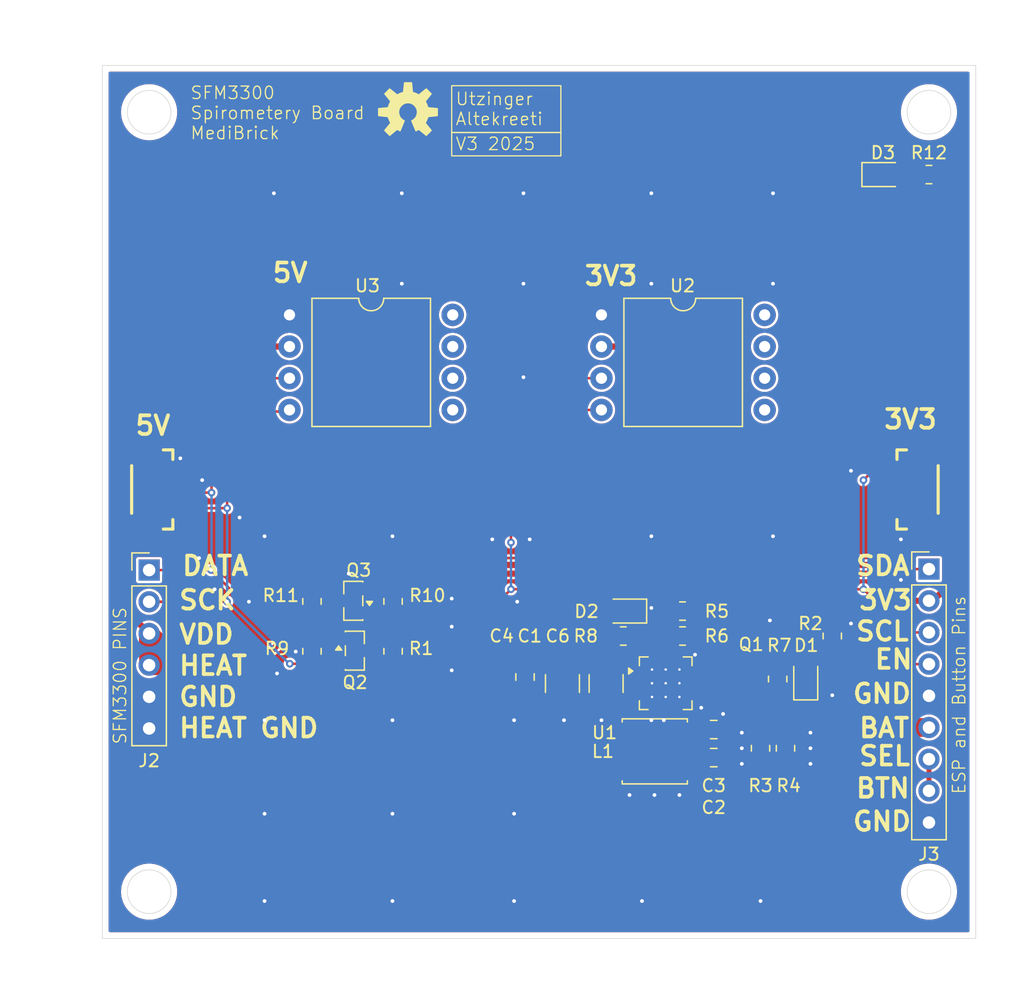
<source format=kicad_pcb>
(kicad_pcb (version 20241229) (generator "pcbnew") (generator_version "9.0")
  (title_block (title "Spiro Brick") (date "2025-12-31") (rev "1.3.0") (comment 1 "Urs Utzinger") (comment 2 "Mohammed T Altekreeti"))
  (layers (0 "F.Cu" signal) (2 "B.Cu" signal) (13 "F.Paste" user) (15 "B.Paste" user) (5 "F.SilkS" user "F.Silkscreen") (7 "B.SilkS" user "B.Silkscreen") (1 "F.Mask" user) (3 "B.Mask" user) (25 "Edge.Cuts" user))
  (net 0 "")
  (net 1 "GND")
  (net 2 "+5V")
  (net 3 "VBAT")
  (net 4 "Net-(D1-A)")
  (net 5 "Net-(D2-A)")
  (net 6 "/SW")
  (net 7 "Net-(Q1-B)")
  (net 8 "Net-(Q1-C)")
  (net 9 "+3V3")
  (net 10 "Net-(U1-LBI)")
  (net 11 "Net-(U1-FB)")
  (net 13 "Net-(D3-A)")
  (net 14 "/SDA_5V")
  (net 15 "/SCL_5V")
  (net 16 "/SCL_3V3")
  (net 17 "/ENABLE")
  (net 18 "Net-(J3-Pin_7)")
  (net 19 "/SDA_3V3")
  (footprint "Package_TO_SOT_SMD:SOT-23" (layer "F.Cu") (at 40.2375 76.925)
    (property "Reference" "Q2" (at 0.0125 2.55 0) (layer "F.SilkS"))
    (property "Value" "BSS138")
    (pad "1" smd roundrect (at -0.9375 -0.95) (size 1.475 0.6) (layers "F.Cu" "F.Mask" "F.Paste") (net 9 "+3V3"))
    (pad "2" smd roundrect (at -0.9375 0.95) (size 1.475 0.6) (layers "F.Cu" "F.Mask" "F.Paste") (net 16 "/SCL_3V3"))
    (pad "3" smd roundrect (at 0.9375 0) (size 1.475 0.6) (layers "F.Cu" "F.Mask" "F.Paste") (net 15 "/SCL_5V"))
  )
  (footprint "Capacitor_SMD:C_1210_3225Metric_Pad1.33x2.70mm_HandSolder" (layer "F.Cu") (at 56.875 79.5625 -90)
    (property "Reference" "C1" (at -3.8125 2.625 180) (layer "F.SilkS"))
    (property "Value" "100uF")
    (pad "1" smd roundrect (at -1.5625 0 270) (size 1.325 2.7) (layers "F.Cu" "F.Mask" "F.Paste") (roundrect_rratio 0.188679) (net 2 "+5V"))
    (pad "2" smd roundrect (at 1.5625 0 270) (size 1.325 2.7) (layers "F.Cu" "F.Mask" "F.Paste") (roundrect_rratio 0.188679) (net 1 "GND"))
  )
  (footprint "Resistor_SMD:R_0805_2012Metric_Pad1.20x1.40mm_HandSolder" (layer "F.Cu") (at 74.125 79.2 90)
    (property "Reference" "R7" (at 2.7 0.125 180) (layer "F.SilkS"))
    (property "Value" "1K")
    (pad "1" smd roundrect (at -1 0 90) (size 1.2 1.4) (layers "F.Cu" "F.Mask" "F.Paste") (roundrect_rratio 0.208333) (net 8 "Net-(Q1-C)"))
    (pad "2" smd roundrect (at 1 0 90) (size 1.2 1.4) (layers "F.Cu" "F.Mask" "F.Paste") (roundrect_rratio 0.208333) (net 4 "Net-(D1-A)"))
  )
  (footprint "Spiro_Brick:Amphenol_DIP-8_W13.08mm" (layer "F.Cu") (at 35 50)
    (property "Reference" "U3" (at 6.25 -2.33 0) (layer "F.SilkS"))
    (property "Value" "Amphenol_8DIP_Code_1")
    (pad "1" thru_hole roundrect (at 0 0) (size 1.8 1.8) (drill 0.9) (layers "*.Cu" "*.Mask") (roundrect_rratio 0.15625) (net 1 "GND"))
    (pad "2" thru_hole circle (at 0 2.54) (size 1.8 1.8) (drill 0.9) (layers "*.Cu" "*.Mask") (net 2 "+5V"))
    (pad "3" thru_hole circle (at 0 5.08) (size 1.8 1.8) (drill 0.9) (layers "*.Cu" "*.Mask") (net 14 "/SDA_5V"))
    (pad "4" thru_hole circle (at 0 7.62) (size 1.8 1.8) (drill 0.9) (layers "*.Cu" "*.Mask") (net 15 "/SCL_5V"))
    (pad "5" thru_hole circle (at 13.08 7.62) (size 1.8 1.8) (drill 0.9) (layers "*.Cu" "*.Mask"))
    (pad "6" thru_hole circle (at 13.08 5.08) (size 1.8 1.8) (drill 0.9) (layers "*.Cu" "*.Mask"))
    (pad "7" thru_hole circle (at 13.08 2.54) (size 1.8 1.8) (drill 0.9) (layers "*.Cu" "*.Mask"))
    (pad "8" thru_hole circle (at 13.08 0) (size 1.8 1.8) (drill 0.9) (layers "*.Cu" "*.Mask"))
  )
  (footprint "Inductor_SMD:L_Changjiang_FNR5045S" (layer "F.Cu") (at 64.275 85 180)
    (property "Reference" "L1" (at 4.15 0 0) (layer "F.SilkS"))
    (property "Value" "6.8uH")
    (pad "1" smd roundrect (at -1.85 0 180) (size 1.4 4.2) (layers "F.Cu" "F.Mask" "F.Paste") (roundrect_rratio 0.178571) (net 3 "VBAT"))
    (pad "2" smd roundrect (at 1.85 0 180) (size 1.4 4.2) (layers "F.Cu" "F.Mask" "F.Paste") (roundrect_rratio 0.178571) (net 6 "/SW"))
  )
  (footprint "Capacitor_SMD:C_0805_2012Metric_Pad1.18x1.45mm_HandSolder" (layer "F.Cu") (at 53.875 79.0375 -90)
    (property "Reference" "C4" (at -3.2875 1.875 180) (layer "F.SilkS"))
    (property "Value" "2.2uF")
    (pad "1" smd roundrect (at -1.0375 0 270) (size 1.175 1.45) (layers "F.Cu" "F.Mask" "F.Paste") (roundrect_rratio 0.212766) (net 2 "+5V"))
    (pad "2" smd roundrect (at 1.0375 0 270) (size 1.175 1.45) (layers "F.Cu" "F.Mask" "F.Paste") (roundrect_rratio 0.212766) (net 1 "GND"))
  )
  (footprint "Connector_PinHeader_2.54mm:PinHeader_1x06_P2.54mm_Vertical" (layer "F.Cu") (at 23.75 70.465)
    (property "Reference" "J2" (at 0 15.285 0) (layer "F.SilkS"))
    (property "Value" "~")
    (pad "1" thru_hole rect (at 0 0) (size 1.7 1.7) (drill 1) (layers "*.Cu" "*.Mask") (net 14 "/SDA_5V"))
    (pad "2" thru_hole circle (at 0 2.54) (size 1.7 1.7) (drill 1) (layers "*.Cu" "*.Mask") (net 15 "/SCL_5V"))
    (pad "3" thru_hole circle (at 0 5.08) (size 1.7 1.7) (drill 1) (layers "*.Cu" "*.Mask") (net 2 "+5V"))
    (pad "4" thru_hole circle (at 0 7.62) (size 1.7 1.7) (drill 1) (layers "*.Cu" "*.Mask") (net 2 "+5V"))
    (pad "5" thru_hole circle (at 0 10.16) (size 1.7 1.7) (drill 1) (layers "*.Cu" "*.Mask") (net 1 "GND"))
    (pad "6" thru_hole circle (at 0 12.7) (size 1.7 1.7) (drill 1) (layers "*.Cu" "*.Mask") (net 1 "GND"))
  )
  (footprint "LED_SMD:LED_0805_2012Metric" (layer "F.Cu") (at 61.9375 73.75 180)
    (property "Reference" "D2" (at 3.1325 -0.03 0) (layer "F.SilkS"))
    (property "Value" "GREEN LED")
    (pad "1" smd roundrect (at -0.9375 0 180) (size 0.975 1.4) (layers "F.Cu" "F.Mask" "F.Paste") (net 1 "GND"))
    (pad "2" smd roundrect (at 0.9375 0 180) (size 0.975 1.4) (layers "F.Cu" "F.Mask" "F.Paste") (net 5 "Net-(D2-A)"))
  )
  (footprint "Resistor_SMD:R_0805_2012Metric_Pad1.20x1.40mm_HandSolder" (layer "F.Cu") (at 74.75 84.75 90)
    (property "Reference" "R4" (at -3 0.25 180) (layer "F.SilkS"))
    (property "Value" "340K")
    (pad "1" smd roundrect (at -1 0 90) (size 1.2 1.4) (layers "F.Cu" "F.Mask" "F.Paste") (roundrect_rratio 0.208333) (net 1 "GND"))
    (pad "2" smd roundrect (at 1 0 90) (size 1.2 1.4) (layers "F.Cu" "F.Mask" "F.Paste") (roundrect_rratio 0.208333) (net 10 "Net-(U1-LBI)"))
  )
  (footprint "Resistor_SMD:R_0805_2012Metric_Pad1.20x1.40mm_HandSolder" (layer "F.Cu") (at 78.5 75.75 90)
    (property "Reference" "R2" (at 1 -1.75 0) (layer "F.SilkS"))
    (property "Value" "340k")
    (pad "1" smd roundrect (at -1 0 90) (size 1.2 1.4) (layers "F.Cu" "F.Mask" "F.Paste") (roundrect_rratio 0.208333) (net 17 "/ENABLE"))
    (pad "2" smd roundrect (at 1 0 90) (size 1.2 1.4) (layers "F.Cu" "F.Mask" "F.Paste") (roundrect_rratio 0.208333) (net 1 "GND"))
  )
  (footprint "Capacitor_SMD:C_0805_2012Metric_Pad1.18x1.45mm_HandSolder" (layer "F.Cu") (at 69 83.25)
    (property "Reference" "C3" (at 0 4.5 0) (layer "F.SilkS"))
    (property "Value" "10uF")
    (pad "1" smd roundrect (at -1.0375 0) (size 1.175 1.45) (layers "F.Cu" "F.Mask" "F.Paste") (roundrect_rratio 0.212766) (net 3 "VBAT"))
    (pad "2" smd roundrect (at 1.0375 0) (size 1.175 1.45) (layers "F.Cu" "F.Mask" "F.Paste") (roundrect_rratio 0.212766) (net 1 "GND"))
  )
  (footprint "Resistor_SMD:R_0805_2012Metric_Pad1.20x1.40mm_HandSolder" (layer "F.Cu") (at 66.5 73.75)
    (property "Reference" "R5" (at 2.75 0.02 0) (layer "F.SilkS"))
    (property "Value" "1.85M")
    (pad "1" smd roundrect (at -1 0) (size 1.2 1.4) (layers "F.Cu" "F.Mask" "F.Paste") (roundrect_rratio 0.208333) (net 2 "+5V"))
    (pad "2" smd roundrect (at 1 0) (size 1.2 1.4) (layers "F.Cu" "F.Mask" "F.Paste") (roundrect_rratio 0.208333) (net 11 "Net-(U1-FB)"))
  )
  (footprint "MMUN2133LT1G:SOT95P240X111-3N" (layer "F.Cu") (at 70.525 79.3 -90)
    (property "Reference" "Q1" (at -2.875 -1.475 0) (layer "F.SilkS") (effects (font (size 1.001803 1.001803))))
    (property "Value" "MMUN2133LT1G")
    (pad "1" smd rect (at -0.95 1.1 270) (size 1 1.4) (layers "F.Cu" "F.Mask" "F.Paste") (net 7 "Net-(Q1-B)"))
    (pad "2" smd rect (at 0.95 1.1 270) (size 1 1.4) (layers "F.Cu" "F.Mask" "F.Paste") (net 3 "VBAT"))
    (pad "3" smd rect (at 0 -1.1 270) (size 1 1.4) (layers "F.Cu" "F.Mask" "F.Paste") (net 8 "Net-(Q1-C)"))
  )
  (footprint "Resistor_SMD:R_0805_2012Metric_Pad1.20x1.40mm_HandSolder" (layer "F.Cu") (at 36.8 72.975 90)
    (property "Reference" "R11" (at 0.475 -2.5 180) (layer "F.SilkS"))
    (property "Value" "10K")
    (pad "1" smd roundrect (at -1 0 90) (size 1.2 1.4) (layers "F.Cu" "F.Mask" "F.Paste") (roundrect_rratio 0.208333) (net 2 "+5V"))
    (pad "2" smd roundrect (at 1 0 90) (size 1.2 1.4) (layers "F.Cu" "F.Mask" "F.Paste") (roundrect_rratio 0.208333) (net 14 "/SDA_5V"))
  )
  (footprint "Resistor_SMD:R_0805_2012Metric_Pad1.20x1.40mm_HandSolder" (layer "F.Cu") (at 72.75 84.75 90)
    (property "Reference" "R3" (at -3 0 180) (layer "F.SilkS"))
    (property "Value" "1.87M")
    (pad "1" smd roundrect (at -1 0 90) (size 1.2 1.4) (layers "F.Cu" "F.Mask" "F.Paste") (roundrect_rratio 0.208333) (net 3 "VBAT"))
    (pad "2" smd roundrect (at 1 0 90) (size 1.2 1.4) (layers "F.Cu" "F.Mask" "F.Paste") (roundrect_rratio 0.208333) (net 10 "Net-(U1-LBI)"))
  )
  (footprint "Package_DFN_QFN:Texas_RSA_VQFN-16-1EP_4x4mm_P0.65mm_EP2.7x2.7mm_ThermalVias" (layer "F.Cu") (at 65.15 79.5375)
    (property "Reference" "U1" (at -4.9 3.9625 0) (layer "F.SilkS"))
    (property "Value" "TPS61090")
    (pad "1" smd roundrect (at -1.9625 -0.975) (size 0.825 0.35) (layers "F.Cu" "F.Mask" "F.Paste") (net 2 "+5V"))
    (pad "2" smd roundrect (at -1.9625 -0.325) (size 0.825 0.35) (layers "F.Cu" "F.Mask" "F.Paste"))
    (pad "3" smd roundrect (at -1.9625 0.325) (size 0.825 0.35) (layers "F.Cu" "F.Mask" "F.Paste") (net 6 "/SW"))
    (pad "4" smd roundrect (at -1.9625 0.975) (size 0.825 0.35) (layers "F.Cu" "F.Mask" "F.Paste") (net 6 "/SW"))
    (pad "5" smd roundrect (at -0.975 1.9625) (size 0.35 0.825) (layers "F.Cu" "F.Mask" "F.Paste") (net 1 "GND"))
    (pad "6" smd roundrect (at -0.325 1.9625) (size 0.35 0.825) (layers "F.Cu" "F.Mask" "F.Paste") (net 1 "GND"))
    (pad "7" smd roundrect (at 0.325 1.9625) (size 0.35 0.825) (layers "F.Cu" "F.Mask" "F.Paste") (net 1 "GND"))
    (pad "8" smd roundrect (at 0.975 1.9625) (size 0.35 0.825) (layers "F.Cu" "F.Mask" "F.Paste") (net 3 "VBAT"))
    (pad "9" smd roundrect (at 1.9625 0.975) (size 0.825 0.35) (layers "F.Cu" "F.Mask" "F.Paste") (net 10 "Net-(U1-LBI)"))
    (pad "10" smd roundrect (at 1.9625 0.325) (size 0.825 0.35) (layers "F.Cu" "F.Mask" "F.Paste") (net 1 "GND"))
    (pad "11" smd roundrect (at 1.9625 -0.325) (size 0.825 0.35) (layers "F.Cu" "F.Mask" "F.Paste") (net 17 "/ENABLE"))
    (pad "12" smd roundrect (at 1.9625 -0.975) (size 0.825 0.35) (layers "F.Cu" "F.Mask" "F.Paste") (net 7 "Net-(Q1-B)"))
    (pad "13" smd roundrect (at 0.975 -1.9625) (size 0.35 0.825) (layers "F.Cu" "F.Mask" "F.Paste") (net 1 "GND"))
    (pad "14" smd roundrect (at 0.325 -1.9625) (size 0.35 0.825) (layers "F.Cu" "F.Mask" "F.Paste") (net 11 "Net-(U1-FB)"))
    (pad "15" smd roundrect (at -0.325 -1.9625) (size 0.35 0.825) (layers "F.Cu" "F.Mask" "F.Paste") (net 2 "+5V"))
    (pad "16" smd roundrect (at -0.975 -1.9625) (size 0.35 0.825) (layers "F.Cu" "F.Mask" "F.Paste") (net 2 "+5V"))
    (pad "17" thru_hole circle (at -1.1 -1.1) (size 0.5 0.5) (drill 0.2) (property pad_prop_heatsink) (layers "*.Cu") (net 1 "GND"))
    (pad "17" thru_hole circle (at -1.1 0) (size 0.5 0.5) (drill 0.2) (property pad_prop_heatsink) (layers "*.Cu") (net 1 "GND"))
    (pad "17" thru_hole circle (at -1.1 1.1) (size 0.5 0.5) (drill 0.2) (property pad_prop_heatsink) (layers "*.Cu") (net 1 "GND"))
    (pad "17" thru_hole circle (at 0 -1.1) (size 0.5 0.5) (drill 0.2) (property pad_prop_heatsink) (layers "*.Cu") (net 1 "GND"))
    (pad "17" thru_hole circle (at 0 0) (size 0.5 0.5) (drill 0.2) (property pad_prop_heatsink) (layers "*.Cu") (net 1 "GND"))
    (pad "17" smd rect (at 0 0) (size 2.7 2.7) (property pad_prop_heatsink) (layers "F.Cu" "F.Mask") (net 1 "GND"))
    (pad "17" smd rect (at 0 0) (size 2.7 2.7) (property pad_prop_heatsink) (layers "B.Cu") (net 1 "GND"))
    (pad "17" thru_hole circle (at 0 1.1) (size 0.5 0.5) (drill 0.2) (property pad_prop_heatsink) (layers "*.Cu") (net 1 "GND"))
    (pad "17" thru_hole circle (at 1.1 -1.1) (size 0.5 0.5) (drill 0.2) (property pad_prop_heatsink) (layers "*.Cu") (net 1 "GND"))
    (pad "17" thru_hole circle (at 1.1 0) (size 0.5 0.5) (drill 0.2) (property pad_prop_heatsink) (layers "*.Cu") (net 1 "GND"))
    (pad "17" thru_hole circle (at 1.1 1.1) (size 0.5 0.5) (drill 0.2) (property pad_prop_heatsink) (layers "*.Cu") (net 1 "GND"))
  )
  (footprint "Resistor_SMD:R_0805_2012Metric_Pad1.20x1.40mm_HandSolder" (layer "F.Cu") (at 36.8 76.975 -90)
    (property "Reference" "R9" (at -0.225 2.8 180) (layer "F.SilkS"))
    (property "Value" "10K")
    (pad "1" smd roundrect (at -1 0 270) (size 1.2 1.4) (layers "F.Cu" "F.Mask" "F.Paste") (roundrect_rratio 0.208333) (net 2 "+5V"))
    (pad "2" smd roundrect (at 1 0 270) (size 1.2 1.4) (layers "F.Cu" "F.Mask" "F.Paste") (roundrect_rratio 0.208333) (net 15 "/SCL_5V"))
  )
  (footprint "Resistor_SMD:R_0805_2012Metric_Pad1.20x1.40mm_HandSolder" (layer "F.Cu") (at 43.3 76.975 -90)
    (property "Reference" "R1" (at -0.225 -2.25 180) (layer "F.SilkS"))
    (property "Value" "10K")
    (pad "1" smd roundrect (at -1 0 270) (size 1.2 1.4) (layers "F.Cu" "F.Mask" "F.Paste") (roundrect_rratio 0.208333) (net 9 "+3V3"))
    (pad "2" smd roundrect (at 1 0 270) (size 1.2 1.4) (layers "F.Cu" "F.Mask" "F.Paste") (roundrect_rratio 0.208333) (net 16 "/SCL_3V3"))
  )
  (footprint "Capacitor_SMD:C_1210_3225Metric_Pad1.33x2.70mm_HandSolder" (layer "F.Cu") (at 60.375 79.5625 -90)
    (property "Reference" "C6" (at -3.8125 3.875 180) (layer "F.SilkS"))
    (property "Value" "100uF")
    (pad "1" smd roundrect (at -1.5625 0 270) (size 1.325 2.7) (layers "F.Cu" "F.Mask" "F.Paste") (roundrect_rratio 0.188679) (net 2 "+5V"))
    (pad "2" smd roundrect (at 1.5625 0 270) (size 1.325 2.7) (layers "F.Cu" "F.Mask" "F.Paste") (roundrect_rratio 0.188679) (net 1 "GND"))
  )
  (footprint "PCM_SparkFun-Connector:JST_1x04_P1.0mm_Vertical_SMD" (layer "F.Cu") (at 24 64 90)
    (property "Reference" "J1")
    (property "Value" "JST_SMD_1.0mm_Vertical")
    (pad "1" smd rect (at -1.5 1.511 90) (size 0.6 1.55) (layers "F.Cu" "F.Mask" "F.Paste") (net 15 "/SCL_5V"))
    (pad "2" smd rect (at -0.5 1.511 90) (size 0.6 1.55) (layers "F.Cu" "F.Mask" "F.Paste") (net 14 "/SDA_5V"))
    (pad "3" smd rect (at 0.5 1.511 90) (size 0.6 1.55) (layers "F.Cu" "F.Mask" "F.Paste") (net 2 "+5V"))
    (pad "4" smd rect (at 1.5 1.511 90) (size 0.6 1.55) (layers "F.Cu" "F.Mask" "F.Paste") (net 1 "GND"))
    (pad "NC1" smd rect (at -2.8 -0.914 90) (size 1.2 2) (layers "F.Cu" "F.Mask" "F.Paste"))
    (pad "NC2" smd rect (at 2.8 -0.914 90) (size 1.2 2) (layers "F.Cu" "F.Mask" "F.Paste"))
  )
  (footprint "Resistor_SMD:R_0805_2012Metric_Pad1.20x1.40mm_HandSolder" (layer "F.Cu") (at 43.3 72.975 90)
    (property "Reference" "R10" (at 0.475 2.75 180) (layer "F.SilkS"))
    (property "Value" "10K")
    (pad "1" smd roundrect (at -1 0 90) (size 1.2 1.4) (layers "F.Cu" "F.Mask" "F.Paste") (roundrect_rratio 0.208333) (net 9 "+3V3"))
    (pad "2" smd roundrect (at 1 0 90) (size 1.2 1.4) (layers "F.Cu" "F.Mask" "F.Paste") (roundrect_rratio 0.208333) (net 19 "/SDA_3V3"))
  )
  (footprint "LED_SMD:LED_0805_2012Metric" (layer "F.Cu") (at 76.375 79.1875 90)
    (property "Reference" "D1" (at 2.6875 0.04 180) (layer "F.SilkS"))
    (property "Value" "RED LED")
    (pad "1" smd roundrect (at -0.9375 0 90) (size 0.975 1.4) (layers "F.Cu" "F.Mask" "F.Paste") (net 1 "GND"))
    (pad "2" smd roundrect (at 0.9375 0 90) (size 0.975 1.4) (layers "F.Cu" "F.Mask" "F.Paste") (net 4 "Net-(D1-A)"))
  )
  (footprint "Resistor_SMD:R_0805_2012Metric_Pad1.20x1.40mm_HandSolder" (layer "F.Cu") (at 66.5 75.75)
    (property "Reference" "R6" (at 2.75 0 0) (layer "F.SilkS"))
    (property "Value" "200K")
    (pad "1" smd roundrect (at -1 0) (size 1.2 1.4) (layers "F.Cu" "F.Mask" "F.Paste") (roundrect_rratio 0.208333) (net 11 "Net-(U1-FB)"))
    (pad "2" smd roundrect (at 1 0) (size 1.2 1.4) (layers "F.Cu" "F.Mask" "F.Paste") (roundrect_rratio 0.208333) (net 1 "GND"))
  )
  (footprint "Package_TO_SOT_SMD:SOT-23" (layer "F.Cu") (at 40.1125 72.925 180)
    (property "Reference" "Q3" (at -0.4375 2.45 0) (layer "F.SilkS"))
    (property "Value" "BSS138")
    (pad "1" smd roundrect (at -0.9375 -0.95 180) (size 1.475 0.6) (layers "F.Cu" "F.Mask" "F.Paste") (net 9 "+3V3"))
    (pad "2" smd roundrect (at -0.9375 0.95 180) (size 1.475 0.6) (layers "F.Cu" "F.Mask" "F.Paste") (net 19 "/SDA_3V3"))
    (pad "3" smd roundrect (at 0.9375 0 180) (size 1.475 0.6) (layers "F.Cu" "F.Mask" "F.Paste") (net 14 "/SDA_5V"))
  )
  (footprint "LED_SMD:LED_0805_2012Metric" (layer "F.Cu") (at 82.5625 38.75)
    (property "Reference" "D3" (at 0 -1.75 0) (layer "F.SilkS"))
    (property "Value" "BLUE LED")
    (pad "1" smd roundrect (at -0.9375 0) (size 0.975 1.4) (layers "F.Cu" "F.Mask" "F.Paste") (net 1 "GND"))
    (pad "2" smd roundrect (at 0.9375 0) (size 0.975 1.4) (layers "F.Cu" "F.Mask" "F.Paste") (net 13 "Net-(D3-A)"))
  )
  (footprint "Connector_PinHeader_2.54mm:PinHeader_1x09_P2.54mm_Vertical" (layer "F.Cu") (at 86.25 70.385)
    (property "Reference" "J3" (at 0 22.865 0) (layer "F.SilkS"))
    (property "Value" "Conn_01x09_Pin")
    (pad "1" thru_hole rect (at 0 0) (size 1.7 1.7) (drill 1) (layers "*.Cu" "*.Mask") (net 19 "/SDA_3V3"))
    (pad "2" thru_hole circle (at 0 2.54) (size 1.7 1.7) (drill 1) (layers "*.Cu" "*.Mask") (net 9 "+3V3"))
    (pad "3" thru_hole circle (at 0 5.08) (size 1.7 1.7) (drill 1) (layers "*.Cu" "*.Mask") (net 16 "/SCL_3V3"))
    (pad "4" thru_hole circle (at 0 7.62) (size 1.7 1.7) (drill 1) (layers "*.Cu" "*.Mask") (net 17 "/ENABLE"))
    (pad "5" thru_hole circle (at 0 10.16) (size 1.7 1.7) (drill 1) (layers "*.Cu" "*.Mask") (net 1 "GND"))
    (pad "6" thru_hole circle (at 0 12.7) (size 1.7 1.7) (drill 1) (layers "*.Cu" "*.Mask") (net 3 "VBAT"))
    (pad "7" thru_hole circle (at 0 15.24) (size 1.7 1.7) (drill 1) (layers "*.Cu" "*.Mask") (net 18 "Net-(J3-Pin_7)"))
    (pad "8" thru_hole circle (at 0 17.78) (size 1.7 1.7) (drill 1) (layers "*.Cu" "*.Mask") (net 18 "Net-(J3-Pin_7)"))
    (pad "9" thru_hole circle (at 0 20.32) (size 1.7 1.7) (drill 1) (layers "*.Cu" "*.Mask") (net 1 "GND"))
  )
  (footprint "PCM_SparkFun-Connector:JST_1x04_P1.0mm_Vertical_SMD" (layer "F.Cu") (at 85.336 64 -90)
    (property "Reference" "J4")
    (property "Value" "JST_SMD_1.0mm_Vertical")
    (pad "1" smd rect (at -1.5 1.511 270) (size 0.6 1.55) (layers "F.Cu" "F.Mask" "F.Paste") (net 16 "/SCL_3V3"))
    (pad "2" smd rect (at -0.5 1.511 270) (size 0.6 1.55) (layers "F.Cu" "F.Mask" "F.Paste") (net 19 "/SDA_3V3"))
    (pad "3" smd rect (at 0.5 1.511 270) (size 0.6 1.55) (layers "F.Cu" "F.Mask" "F.Paste") (net 9 "+3V3"))
    (pad "4" smd rect (at 1.5 1.511 270) (size 0.6 1.55) (layers "F.Cu" "F.Mask" "F.Paste") (net 1 "GND"))
    (pad "NC1" smd rect (at -2.8 -0.914 270) (size 1.2 2) (layers "F.Cu" "F.Mask" "F.Paste"))
    (pad "NC2" smd rect (at 2.8 -0.914 270) (size 1.2 2) (layers "F.Cu" "F.Mask" "F.Paste"))
  )
  (footprint "Resistor_SMD:R_0805_2012Metric_Pad1.20x1.40mm_HandSolder" (layer "F.Cu") (at 86.25 38.75 180)
    (property "Reference" "R12" (at 0 1.75 0) (layer "F.SilkS"))
    (property "Value" "1K")
    (pad "1" smd roundrect (at -1 0 180) (size 1.2 1.4) (layers "F.Cu" "F.Mask" "F.Paste") (roundrect_rratio 0.208333) (net 9 "+3V3"))
    (pad "2" smd roundrect (at 1 0 180) (size 1.2 1.4) (layers "F.Cu" "F.Mask" "F.Paste") (roundrect_rratio 0.208333) (net 13 "Net-(D3-A)"))
  )
  (footprint "KiCad Logo:logoKiCad" (layer "F.Cu") (at 44.5 33.5 -90)
    (property "Reference" "G***" (hide yes))
    (property "Value" "LOGO" (hide yes))
  )
  (footprint "Spiro_Brick:Amphenol_DIP-8_W13.08mm" (layer "F.Cu") (at 60 50)
    (property "Reference" "U2" (at 6.5 -2.33 0) (layer "F.SilkS"))
    (property "Value" "Amphenol_8DIP_Code_1")
    (pad "1" thru_hole roundrect (at 0 0) (size 1.8 1.8) (drill 0.9) (layers "*.Cu" "*.Mask") (roundrect_rratio 0.15625) (net 1 "GND"))
    (pad "2" thru_hole circle (at 0 2.54) (size 1.8 1.8) (drill 0.9) (layers "*.Cu" "*.Mask") (net 9 "+3V3"))
    (pad "3" thru_hole circle (at 0 5.08) (size 1.8 1.8) (drill 0.9) (layers "*.Cu" "*.Mask") (net 19 "/SDA_3V3"))
    (pad "4" thru_hole circle (at 0 7.62) (size 1.8 1.8) (drill 0.9) (layers "*.Cu" "*.Mask") (net 16 "/SCL_3V3"))
    (pad "5" thru_hole circle (at 13.08 7.62) (size 1.8 1.8) (drill 0.9) (layers "*.Cu" "*.Mask"))
    (pad "6" thru_hole circle (at 13.08 5.08) (size 1.8 1.8) (drill 0.9) (layers "*.Cu" "*.Mask"))
    (pad "7" thru_hole circle (at 13.08 2.54) (size 1.8 1.8) (drill 0.9) (layers "*.Cu" "*.Mask"))
    (pad "8" thru_hole circle (at 13.08 0) (size 1.8 1.8) (drill 0.9) (layers "*.Cu" "*.Mask"))
  )
  (footprint "Resistor_SMD:R_0805_2012Metric_Pad1.20x1.40mm_HandSolder" (layer "F.Cu") (at 61.75 75.75 180)
    (property "Reference" "R8" (at 3 0 0) (layer "F.SilkS"))
    (property "Value" "1K")
    (pad "1" smd roundrect (at -1 0 180) (size 1.2 1.4) (layers "F.Cu" "F.Mask" "F.Paste") (roundrect_rratio 0.208333) (net 2 "+5V"))
    (pad "2" smd roundrect (at 1 0 180) (size 1.2 1.4) (layers "F.Cu" "F.Mask" "F.Paste") (roundrect_rratio 0.208333) (net 5 "Net-(D2-A)"))
  )
  (footprint "Capacitor_SMD:C_0805_2012Metric_Pad1.18x1.45mm_HandSolder" (layer "F.Cu") (at 69 85.5)
    (property "Reference" "C2" (at 0 4 0) (layer "F.SilkS"))
    (property "Value" "0.1uF")
    (pad "1" smd roundrect (at -1.0375 0) (size 1.175 1.45) (layers "F.Cu" "F.Mask" "F.Paste") (roundrect_rratio 0.212766) (net 3 "VBAT"))
    (pad "2" smd roundrect (at 1.0375 0) (size 1.175 1.45) (layers "F.Cu" "F.Mask" "F.Paste") (roundrect_rratio 0.212766) (net 1 "GND"))
  )
  (gr_rect (start 48 35.375) (end 56.75 37.25) (stroke (width 0.1)) (fill no) (layer "F.SilkS"))
  (gr_rect (start 48 31.625) (end 56.75 35.375) (stroke (width 0.1)) (fill no) (layer "F.SilkS"))
  (gr_circle (center 23.75 96.25) (end 25.5 96.25) (stroke (width 0.05)) (fill no) (layer "Edge.Cuts"))
  (gr_circle (center 23.75 33.75) (end 25.5 33.75) (stroke (width 0.05)) (fill no) (layer "Edge.Cuts"))
  (gr_rect (start 20 30) (end 90 100) (stroke (width 0.05)) (fill no) (layer "Edge.Cuts"))
  (gr_circle (center 86.25 96.25) (end 88 96.25) (stroke (width 0.05)) (fill no) (layer "Edge.Cuts"))
  (gr_circle (center 86.25 33.75) (end 88 33.75) (stroke (width 0.05)) (fill no) (layer "Edge.Cuts"))
  (gr_text "BAT" (at 80.5 84 0) (layer "F.SilkS") (effects (font (size 1.5 1.5) (thickness 0.3) (bold yes)) (justify left bottom)))
  (gr_text "5V" (at 33.5 47.5 0) (layer "F.SilkS") (effects (font (size 1.5 1.5) (thickness 0.3) (bold yes)) (justify left bottom)))
  (gr_text "SCK\n" (at 26 73.75 0) (layer "F.SilkS") (effects (font (size 1.5 1.5) (thickness 0.3) (bold yes)) (justify left bottom)))
  (gr_text "5V" (at 22.5 59.75 0) (layer "F.SilkS") (effects (font (size 1.5 1.5) (thickness 0.3) (bold yes)) (justify left bottom)))
  (gr_text "BTN" (at 80.25 88.835 0) (layer "F.SilkS") (effects (font (size 1.5 1.5) (thickness 0.3) (bold yes)) (justify left bottom)))
  (gr_text "DATA" (at 26.25 71 0) (layer "F.SilkS") (effects (font (size 1.5 1.5) (thickness 0.3) (bold yes)) (justify left bottom)))
  (gr_text "EN" (at 81.75 78.5 0) (layer "F.SilkS") (effects (font (size 1.5 1.5) (thickness 0.3) (bold yes)) (justify left bottom)))
  (gr_text "V3 2025" (at 48.25 36.875 0) (layer "F.SilkS") (effects (font (size 1 1) (thickness 0.1)) (justify left bottom)))
  (gr_text "SEL" (at 80.5 86.25 0) (layer "F.SilkS") (effects (font (size 1.5 1.5) (thickness 0.3) (bold yes)) (justify left bottom)))
  (gr_text "VDD" (at 26 76.5 0) (layer "F.SilkS") (effects (font (size 1.5 1.5) (thickness 0.3) (bold yes)) (justify left bottom)))
  (gr_text "3V3" (at 80.5 73.75 0) (layer "F.SilkS") (effects (font (size 1.5 1.5) (thickness 0.3) (bold yes)) (justify left bottom)))
  (gr_text "SCL" (at 80.25 76.25 0) (layer "F.SilkS") (effects (font (size 1.5 1.5) (thickness 0.3) (bold yes)) (justify left bottom)))
  (gr_text "SFM3300 \nSpirometery Board\nMediBrick" (at 27 36 0) (layer "F.SilkS") (effects (font (size 1 1) (thickness 0.1)) (justify left bottom)))
  (gr_text "GND" (at 80 81.25 0) (layer "F.SilkS") (effects (font (size 1.5 1.5) (thickness 0.3) (bold yes)) (justify left bottom)))
  (gr_text "GND\n" (at 26 81.5 0) (layer "F.SilkS") (effects (font (size 1.5 1.5) (thickness 0.3) (bold yes)) (justify left bottom)))
  (gr_text "ESP and Button Pins" (at 89.25 88.5 90) (layer "F.SilkS") (effects (font (size 1 1) (thickness 0.1)) (justify left bottom)))
  (gr_text "SDA" (at 80.25 71 0) (layer "F.SilkS") (effects (font (size 1.5 1.5) (thickness 0.3) (bold yes)) (justify left bottom)))
  (gr_text "GND" (at 80 91.5 0) (layer "F.SilkS") (effects (font (size 1.5 1.5) (thickness 0.3) (bold yes)) (justify left bottom)))
  (gr_text "HEAT" (at 26 79 0) (layer "F.SilkS") (effects (font (size 1.5 1.5) (thickness 0.3) (bold yes)) (justify left bottom)))
  (gr_text "3V3" (at 82.5 59.25 0) (layer "F.SilkS") (effects (font (size 1.5 1.5) (thickness 0.3) (bold yes)) (justify left bottom)))
  (gr_text "SFM3300 PINS" (at 22 84.5 90) (layer "F.SilkS") (effects (font (size 1 1) (thickness 0.1)) (justify left bottom)))
  (gr_text "3V3" (at 58.5 47.75 0) (layer "F.SilkS") (effects (font (size 1.5 1.5) (thickness 0.3) (bold yes)) (justify left bottom)))
  (gr_text "Utzinger\nAltekreeti" (at 48.25 34.875 0) (layer "F.SilkS") (effects (font (size 1 1) (thickness 0.1)) (justify left bottom)))
  (gr_text "HEAT GND\n" (at 26 84 0) (layer "F.SilkS") (effects (font (size 1.5 1.5) (thickness 0.3) (bold yes)) (justify left bottom)))
  (via (at 53.75 55) (size 0.6) (drill 0.3) (layers "F.Cu" "B.Cu") (net 1))
  (via (at 69.75 82) (size 0.6) (drill 0.3) (layers "F.Cu" "B.Cu") (net 1))
  (via (at 76.75 83.5) (size 0.6) (drill 0.3) (layers "F.Cu" "B.Cu") (net 1))
  (via (at 53.75 40.25) (size 0.6) (drill 0.3) (layers "F.Cu" "B.Cu") (net 1))
  (via (at 73.75 67.75) (size 0.6) (drill 0.3) (layers "F.Cu" "B.Cu") (net 1))
  (via (at 76.75 86) (size 0.6) (drill 0.3) (layers "F.Cu" "B.Cu") (net 1))
  (via (at 53 90) (size 0.6) (drill 0.3) (layers "F.Cu" "B.Cu") (net 1))
  (via (at 73.75 40.25) (size 0.6) (drill 0.3) (layers "F.Cu" "B.Cu") (net 1))
  (via (at 53 82.5) (size 0.6) (drill 0.3) (layers "F.Cu" "B.Cu") (net 1))
  (via (at 33 97) (size 0.6) (drill 0.3) (layers "F.Cu" "B.Cu") (net 1))
  (via (at 57 82.5) (size 0.6) (drill 0.3) (layers "F.Cu" "B.Cu") (net 1))
  (via (at 66.25 88.5) (size 0.6) (drill 0.3) (layers "F.Cu" "B.Cu") (net 1))
  (via (at 64 40.25) (size 0.6) (drill 0.3) (layers "F.Cu" "B.Cu") (net 1))
  (via (at 48 78.5) (size 0.6) (drill 0.3) (layers "F.Cu" "B.Cu") (net 1))
  (via (at 43.25 67.75) (size 0.6) (drill 0.3) (layers "F.Cu" "B.Cu") (net 1))
  (via (at 71.25 86) (size 0.6) (drill 0.3) (layers "F.Cu" "B.Cu") (net 1))
  (via (at 67.5 77.25) (size 0.6) (drill 0.3) (layers "F.Cu" "B.Cu") (net 1))
  (via (at 64 67.75) (size 0.6) (drill 0.3) (layers "F.Cu" "B.Cu") (net 1))
  (via (at 26.25 61.5) (size 0.6) (drill 0.3) (layers "F.Cu" "B.Cu") (net 1))
  (via (at 72.75 97) (size 0.6) (drill 0.3) (layers "F.Cu" "B.Cu") (net 1))
  (via (at 43.25 82.5) (size 0.6) (drill 0.3) (layers "F.Cu" "B.Cu") (net 1))
  (via (at 43.25 90) (size 0.6) (drill 0.3) (layers "F.Cu" "B.Cu") (net 1))
  (via (at 73.75 47.5) (size 0.6) (drill 0.3) (layers "F.Cu" "B.Cu") (net 1))
  (via (at 48 72.75) (size 0.6) (drill 0.3) (layers "F.Cu" "B.Cu") (net 1))
  (via (at 76.75 84.75) (size 0.6) (drill 0.3) (layers "F.Cu" "B.Cu") (net 1))
  (via (at 34 78.75) (size 0.6) (drill 0.3) (layers "F.Cu" "B.Cu") (net 1))
  (via (at 31.75 73) (size 0.6) (drill 0.3) (layers "F.Cu" "B.Cu") (net 1))
  (via (at 53.75 47.5) (size 0.6) (drill 0.3) (layers "F.Cu" "B.Cu") (net 1))
  (via (at 28 63.25) (size 0.6) (drill 0.3) (layers "F.Cu" "B.Cu") (net 1))
  (via (at 62.25 88.5) (size 0.6) (drill 0.3) (layers "F.Cu" "B.Cu") (net 1))
  (via (at 33.75 40.25) (size 0.6) (drill 0.3) (layers "F.Cu" "B.Cu") (net 1))
  (via (at 53.25 73) (size 0.6) (drill 0.3) (layers "F.Cu" "B.Cu") (net 1))
  (via (at 64 47.5) (size 0.6) (drill 0.3) (layers "F.Cu" "B.Cu") (net 1))
  (via (at 33 82.5) (size 0.6) (drill 0.3) (layers "F.Cu" "B.Cu") (net 1))
  (via (at 54.25 68) (size 0.6) (drill 0.3) (layers "F.Cu" "B.Cu") (net 1))
  (via (at 64.25 88.5) (size 0.6) (drill 0.3) (layers "F.Cu" "B.Cu") (net 1))
  (via (at 73.5 74.5) (size 0.6) (drill 0.3) (layers "F.Cu" "B.Cu") (net 1))
  (via (at 27.75 69.5) (size 0.6) (drill 0.3) (layers "F.Cu" "B.Cu") (net 1))
  (via (at 64 82.5) (size 0.6) (drill 0.3) (layers "F.Cu" "B.Cu") (net 1))
  (via (at 53 97) (size 0.6) (drill 0.3) (layers "F.Cu" "B.Cu") (net 1))
  (via (at 43.25 97) (size 0.6) (drill 0.3) (layers "F.Cu" "B.Cu") (net 1))
  (via (at 33 67.75) (size 0.6) (drill 0.3) (layers "F.Cu" "B.Cu") (net 1))
  (via (at 71.25 84.75) (size 0.6) (drill 0.3) (layers "F.Cu" "B.Cu") (net 1))
  (via (at 44 40.25) (size 0.6) (drill 0.3) (layers "F.Cu" "B.Cu") (net 1))
  (via (at 63.25 97) (size 0.6) (drill 0.3) (layers "F.Cu" "B.Cu") (net 1))
  (via (at 35.5 77) (size 0.6) (drill 0.3) (layers "F.Cu" "B.Cu") (net 1))
  (via (at 84 68) (size 0.6) (drill 0.3) (layers "F.Cu" "B.Cu") (net 1))
  (via (at 71.25 83.5) (size 0.6) (drill 0.3) (layers "F.Cu" "B.Cu") (net 1))
  (via (at 84 71.25) (size 0.6) (drill 0.3) (layers "F.Cu" "B.Cu") (net 1))
  (via (at 68 81.5) (size 0.6) (drill 0.3) (layers "F.Cu" "B.Cu") (net 1))
  (via (at 48 75) (size 0.6) (drill 0.3) (layers "F.Cu" "B.Cu") (net 1))
  (via (at 31 66.25) (size 0.6) (drill 0.3) (layers "F.Cu" "B.Cu") (net 1))
  (via (at 80 74.75) (size 0.6) (drill 0.3) (layers "F.Cu" "B.Cu") (net 1))
  (via (at 33 90) (size 0.6) (drill 0.3) (layers "F.Cu" "B.Cu") (net 1))
  (via (at 78.5 80.5) (size 0.6) (drill 0.3) (layers "F.Cu" "B.Cu") (net 1))
  (via (at 29 72) (size 0.6) (drill 0.3) (layers "F.Cu" "B.Cu") (net 1))
  (via (at 44 47.5) (size 0.6) (drill 0.3) (layers "F.Cu" "B.Cu") (net 1))
  (via (at 80 62.5) (size 0.6) (drill 0.3) (layers "F.Cu" "B.Cu") (net 1))
  (via (at 64 73.5) (size 0.6) (drill 0.3) (layers "F.Cu" "B.Cu") (net 1))
  (via (at 65 82.5) (size 0.6) (drill 0.3) (layers "F.Cu" "B.Cu") (net 1))
  (via (at 60 82.5) (size 0.6) (drill 0.3) (layers "F.Cu" "B.Cu") (net 1))
  (via (at 51.25 68) (size 0.6) (drill 0.3) (layers "F.Cu" "B.Cu") (net 1))
  (via (at 39.75 70.75) (size 0.6) (drill 0.3) (layers "F.Cu" "B.Cu") (net 1))
  (segment (start 65.6375 81.25) (end 65.5 81.25) (width 0.2) (layer "B.Cu") (net 1))
  (segment (start 53.15 78) (end 53.875 78) (width 1.5) (layer "F.Cu") (net 2))
  (segment (start 60.375 78) (end 60.75 77.625) (width 0.5) (layer "F.Cu") (net 2))
  (segment (start 64.175 77.575) (end 64.175 75.075) (width 0.4) (layer "F.Cu") (net 2))
  (segment (start 32.75 77.75) (end 32.75 80.25) (width 0.5) (layer "F.Cu") (net 2))
  (segment (start 25.1025 76.8975) (end 26.29 78.085) (width 1.5) (layer "F.Cu") (net 2))
  (segment (start 21.25 73.045) (end 21.25 64.5) (width 0.5) (layer "F.Cu") (net 2))
  (segment (start 21.75 63.5) (end 25.511 63.5) (width 0.5) (layer "F.Cu") (net 2))
  (segment (start 21.25 55.25) (end 23.96 52.54) (width 0.5) (layer "F.Cu") (net 2))
  (segment (start 23.75 77.25) (end 23.75 75.545) (width 1.6) (layer "F.Cu") (net 2))
  (segment (start 36.8 73.975) (end 36.775 74) (width 0.2) (layer "F.Cu") (net 2))
  (segment (start 28.455 80.25) (end 32.75 80.25) (width 1.5) (layer "F.Cu") (net 2))
  (segment (start 62.75 75.75) (end 62.75 77.25) (width 0.4) (layer "F.Cu") (net 2))
  (segment (start 50.9 80.25) (end 53.15 78) (width 1.5) (layer "F.Cu") (net 2))
  (segment (start 21.25 64) (end 21.75 63.5) (width 0.5) (layer "F.Cu") (net 2))
  (segment (start 26.29 78.085) (end 28.455 80.25) (width 1.5) (layer "F.Cu") (net 2))
  (segment (start 36.8 75.975) (end 34.525 75.975) (width 0.5) (layer "F.Cu") (net 2))
  (segment (start 23.96 52.54) (end 35 52.54) (width 0.5) (layer "F.Cu") (net 2))
  (segment (start 21.25 63) (end 21.25 64.5) (width 0.5) (layer "F.Cu") (net 2))
  (segment (start 21.75 63.5) (end 21.25 63) (width 0.5) (layer "F.Cu") (net 2))
  (segment (start 23.75 75.545) (end 21.25 73.045) (width 0.5) (layer "F.Cu") (net 2))
  (segment (start 21.25 64.5) (end 21.25 64) (width 0.5) (layer "F.Cu") (net 2))
  (segment (start 32.75 80.25) (end 50.9 80.25) (width 1.5) (layer "F.Cu") (net 2))
  (segment (start 36.8 75.975) (end 36.8 73.975) (width 0.5) (layer "F.Cu") (net 2))
  (segment (start 23.75 78.085) (end 26.29 78.085) (width 1.6) (layer "F.Cu") (net 2))
  (segment (start 21.25 63) (end 21.25 55.25) (width 0.5) (layer "F.Cu") (net 2))
  (segment (start 23.75 75.545) (end 23.75 78.085) (width 1.6) (layer "F.Cu") (net 2))
  (segment (start 34.525 75.975) (end 32.75 77.75) (width 0.5) (layer "F.Cu") (net 2))
  (segment (start 64.175 75.075) (end 65.5 73.75) (width 0.4) (layer "F.Cu") (net 2))
  (segment (start 23.75 75.545) (end 25.1025 76.8975) (width 1.5) (layer "F.Cu") (net 2))
  (segment (start 84.165 83.085) (end 79.5 87.75) (width 1.5) (layer "F.Cu") (net 3))
  (segment (start 79.5 87.75) (end 72.75 87.75) (width 1.5) (layer "F.Cu") (net 3))
  (segment (start 86.25 83.085) (end 84.165 83.085) (width 1.5) (layer "F.Cu") (net 3))
  (segment (start 72.75 85.75) (end 72.75 87.75) (width 0.2) (layer "F.Cu") (net 3))
  (segment (start 70.25 80.25) (end 72 82) (width 0.4) (layer "F.Cu") (net 3))
  (segment (start 83.08 82) (end 84.165 83.085) (width 0.4) (layer "F.Cu") (net 3))
  (segment (start 69.425 80.25) (end 70.25 80.25) (width 0.4) (layer "F.Cu") (net 3))
  (segment (start 72.75 87.75) (end 68.875 87.75) (width 1.5) (layer "F.Cu") (net 3))
  (segment (start 72 82) (end 83.08 82) (width 0.4) (layer "F.Cu") (net 3))
  (segment (start 68.875 87.75) (end 66.125 85) (width 1.5) (layer "F.Cu") (net 3))
  (segment (start 74.175 78.25) (end 74.125 78.2) (width 0.2) (layer "F.Cu") (net 4))
  (segment (start 76.375 78.25) (end 74.175 78.25) (width 0.2) (layer "F.Cu") (net 4))
  (segment (start 60.75 74.75) (end 60.75 75.75) (width 0.4) (layer "F.Cu") (net 5))
  (segment (start 61 74.5) (end 60.75 74.75) (width 0.4) (layer "F.Cu") (net 5))
  (segment (start 61 73.75) (end 61 74.5) (width 0.4) (layer "F.Cu") (net 5))
  (segment (start 67.1125 78.5625) (end 69.2125 78.5625) (width 0.2) (layer "F.Cu") (net 7))
  (segment (start 69.2125 78.5625) (end 69.425 78.35) (width 0.2) (layer "F.Cu") (net 7))
  (segment (start 72.525 80.2) (end 71.625 79.3) (width 0.2) (layer "F.Cu") (net 8))
  (segment (start 74.125 80.2) (end 72.525 80.2) (width 0.2) (layer "F.Cu") (net 8))
  (segment (start 43.3 73.975) (end 43.05 73.975) (width 0.2) (layer "F.Cu") (net 9))
  (segment (start 83.825 64.5) (end 88 64.5) (width 0.5) (layer "F.Cu") (net 9))
  (segment (start 88 60.25) (end 88 59) (width 0.5) (layer "F.Cu") (net 9))
  (segment (start 51.3125 70.75) (end 82.25 70.75) (width 0.5) (layer "F.Cu") (net 9))
  (segment (start 88 59) (end 88 39.5) (width 0.5) (layer "F.Cu") (net 9))
  (segment (start 43.3 75.975) (end 43.3 73.975) (width 0.5) (layer "F.Cu") (net 9))
  (segment (start 88 71.5) (end 88 64.5) (width 0.5) (layer "F.Cu") (net 9))
  (segment (start 82.25 70.75) (end 84.425 72.925) (width 0.5) (layer "F.Cu") (net 9))
  (segment (start 43.3 73.975) (end 48.0875 73.975) (width 0.5) (layer "F.Cu") (net 9))
  (segment (start 86.25 72.925) (end 86.575 72.925) (width 0.5) (layer "F.Cu") (net 9))
  (segment (start 41.05 73.875) (end 41.05 74.225) (width 0.4) (layer "F.Cu") (net 9))
  (segment (start 48.0875 73.975) (end 51.3125 70.75) (width 0.5) (layer "F.Cu") (net 9))
  (segment (start 60 52.54) (end 61.79 52.54) (width 0.5) (layer "F.Cu") (net 9))
  (segment (start 42.95 73.875) (end 41.05 73.875) (width 0.2) (layer "F.Cu") (net 9))
  (segment (start 41.05 74.225) (end 39.3 75.975) (width 0.5) (layer "F.Cu") (net 9))
  (segment (start 61.83 52.58) (end 62.75 53.5) (width 0.5) (layer "F.Cu") (net 9))
  (segment (start 88 64.5) (end 88 60.25) (width 0.5) (layer "F.Cu") (net 9))
  (segment (start 88 60.25) (end 88 60) (width 0.5) (layer "F.Cu") (net 9))
  (segment (start 88 60) (end 87.5 59.5) (width 0.5) (layer "F.Cu") (net 9))
  (segment (start 64.5 59.5) (end 87.5 59.5) (width 0.5) (layer "F.Cu") (net 9))
  (segment (start 87.5 59.5) (end 88 59) (width 0.5) (layer "F.Cu") (net 9))
  (segment (start 86.575 72.925) (end 88 71.5) (width 0.5) (layer "F.Cu") (net 9))
  (segment (start 62.75 57.75) (end 64.5 59.5) (width 0.5) (layer "F.Cu") (net 9))
  (segment (start 43.05 73.975) (end 42.95 73.875) (width 0.2) (layer "F.Cu") (net 9))
  (segment (start 88 39.5) (end 87.25 38.75) (width 0.5) (layer "F.Cu") (net 9))
  (segment (start 84.425 72.925) (end 86.25 72.925) (width 0.5) (layer "F.Cu") (net 9))
  (segment (start 62.75 53.5) (end 62.75 57.75) (width 0.5) (layer "F.Cu") (net 9))
  (segment (start 67.9875 80.5125) (end 68 80.5) (width 0.2) (layer "F.Cu") (net 10))
  (segment (start 70 81.25) (end 71.5 82.75) (width 0.2) (layer "F.Cu") (net 10))
  (segment (start 67.1125 80.5125) (end 67.9875 80.5125) (width 0.2) (layer "F.Cu") (net 10))
  (segment (start 68 80.5) (end 68.75 81.25) (width 0.2) (layer "F.Cu") (net 10))
  (segment (start 72.75 83.75) (end 74.75 83.75) (width 0.2) (layer "F.Cu") (net 10))
  (segment (start 68.75 81.25) (end 70 81.25) (width 0.2) (layer "F.Cu") (net 10))
  (segment (start 72.75 83) (end 72.75 83.75) (width 0.2) (layer "F.Cu") (net 10))
  (segment (start 71.5 82.75) (end 72.5 82.75) (width 0.2) (layer "F.Cu") (net 10))
  (segment (start 72.5 82.75) (end 72.75 83) (width 0.2) (layer "F.Cu") (net 10))
  (segment (start 67.5 73.75) (end 65.5 75.75) (width 0.4) (layer "F.Cu") (net 11))
  (segment (start 65.5 76.075) (end 65.5 75.75) (width 0.4) (layer "F.Cu") (net 11))
  (segment (start 65.475 76.1) (end 65.5 76.075) (width 0.4) (layer "F.Cu") (net 11))
  (segment (start 65.475 77.575) (end 65.475 76.1) (width 0.4) (layer "F.Cu") (net 11))
  (segment (start 83.5 38.75) (end 85.25 38.75) (width 0.2) (layer "F.Cu") (net 13))
  (segment (start 28.715 70.465) (end 30.25 72) (width 0.2) (layer "F.Cu") (net 14))
  (segment (start 33.67 55.08) (end 35 55.08) (width 0.2) (layer "F.Cu") (net 14))
  (segment (start 30.25 72) (end 36.775 72) (width 0.2) (layer "F.Cu") (net 14))
  (segment (start 28.75 64.25) (end 28.75 60) (width 0.2) (layer "F.Cu") (net 14))
  (segment (start 36.75 72.025) (end 36.8 71.975) (width 0.2) (layer "F.Cu") (net 14))
  (segment (start 36.775 72) (end 36.8 71.975) (width 0.2) (layer "F.Cu") (net 14))
  (segment (start 36.8 71.975) (end 38.225 71.975) (width 0.2) (layer "F.Cu") (net 14))
  (segment (start 28.715 70.465) (end 23.75 70.465) (width 0.2) (layer "F.Cu") (net 14))
  (segment (start 26.5 64.5) (end 25.511 64.5) (width 0.2) (layer "F.Cu") (net 14))
  (segment (start 26.75 64.25) (end 26.5 64.5) (width 0.2) (layer "F.Cu") (net 14))
  (segment (start 28.75 64.25) (end 26.75 64.25) (width 0.2) (layer "F.Cu") (net 14))
  (segment (start 38.225 71.975) (end 39.175 72.925) (width 0.2) (layer "F.Cu") (net 14))
  (segment (start 28.75 60) (end 33.67 55.08) (width 0.2) (layer "F.Cu") (net 14))
  (via (at 28.75 64.25) (size 0.6) (drill 0.3) (layers "F.Cu" "B.Cu") (net 14))
  (via (at 28.715 70.465) (size 0.6) (drill 0.3) (layers "F.Cu" "B.Cu") (net 14))
  (segment (start 28.75 70.43) (end 28.715 70.465) (width 0.2) (layer "B.Cu") (net 14))
  (segment (start 28.75 64.25) (end 28.75 70.43) (width 0.2) (layer "B.Cu") (net 14))
  (segment (start 27.26 73) (end 27.255 73.005) (width 0.2) (layer "F.Cu") (net 15))
  (segment (start 27.245 73.005) (end 23.75 73.005) (width 0.2) (layer "F.Cu") (net 15))
  (segment (start 33.5 57.75) (end 34.87 57.75) (width 0.2) (layer "F.Cu") (net 15))
  (segment (start 27.255 73.005) (end 23.75 73.005) (width 0.2) (layer "F.Cu") (net 15))
  (segment (start 30 65.5) (end 30 61.25) (width 0.2) (layer "F.Cu") (net 15))
  (segment (start 30 61.25) (end 33.5 57.75) (width 0.2) (layer "F.Cu") (net 15))
  (segment (start 27.25 73) (end 27.245 73.005) (width 0.2) (layer "F.Cu") (net 15))
  (segment (start 41.175 76.925) (end 37.85 76.925) (width 0.2) (layer "F.Cu") (net 15))
  (segment (start 34.92 57.58) (end 35 57.58) (width 0.2) (layer "F.Cu") (net 15))
  (segment (start 37.85 76.925) (end 36.8 77.975) (width 0.2) (layer "F.Cu") (net 15))
  (segment (start 25.511 65.5) (end 30 65.5) (width 0.2) (layer "F.Cu") (net 15))
  (segment (start 30 73) (end 27.26 73) (width 0.2) (layer "F.Cu") (net 15))
  (segment (start 34.87 57.75) (end 35 57.62) (width 0.2) (layer "F.Cu") (net 15))
  (segment (start 36.8 77.975) (end 35.025 77.975) (width 0.2) (layer "F.Cu") (net 15))
  (via (at 30 73) (size 0.6) (drill 0.3) (layers "F.Cu" "B.Cu") (net 15))
  (via (at 35.025 77.975) (size 0.6) (drill 0.3) (layers "F.Cu" "B.Cu") (net 15))
  (via (at 30 65.5) (size 0.6) (drill 0.3) (layers "F.Cu" "B.Cu") (net 15))
  (segment (start 30 65.5) (end 30 73) (width 0.2) (layer "B.Cu") (net 15))
  (segment (start 34.975 77.975) (end 35.025 77.975) (width 0.2) (layer "B.Cu") (net 15))
  (segment (start 30 73) (end 34.975 77.975) (width 0.2) (layer "B.Cu") (net 15))
  (segment (start 84.465 75.465) (end 86.25 75.465) (width 0.2) (layer "F.Cu") (net 16))
  (segment (start 45.675 78) (end 45.65 77.975) (width 0.2) (layer "F.Cu") (net 16))
  (segment (start 46.75 78) (end 45.675 78) (width 0.2) (layer "F.Cu") (net 16))
  (segment (start 81 63.25) (end 81.75 62.5) (width 0.2) (layer "F.Cu") (net 16))
  (segment (start 39.3 77.875) (end 43.2 77.875) (width 0.2) (layer "F.Cu") (net 16))
  (segment (start 52.75 63) (end 52.75 68.25) (width 0.2) (layer "F.Cu") (net 16))
  (segment (start 81 72) (end 52.75 72) (width 0.2) (layer "F.Cu") (net 16))
  (segment (start 60 57.62) (end 58.13 57.62) (width 0.2) (layer "F.Cu") (net 16))
  (segment (start 58.13 57.62) (end 52.75 63) (width 0.2) (layer "F.Cu") (net 16))
  (segment (start 81 72) (end 84.465 75.465) (width 0.2) (layer "F.Cu") (net 16))
  (segment (start 43.2 77.875) (end 43.3 77.975) (width 0.2) (layer "F.Cu") (net 16))
  (segment (start 52.75 72) (end 46.75 78) (width 0.2) (layer "F.Cu") (net 16))
  (segment (start 81.75 62.5) (end 83.825 62.5) (width 0.2) (layer "F.Cu") (net 16))
  (segment (start 60 57.58) (end 59.42 57.58) (width 0.2) (layer "F.Cu") (net 16))
  (segment (start 45.65 77.975) (end 43.3 77.975) (width 0.2) (layer "F.Cu") (net 16))
  (via (at 52.75 72) (size 0.6) (drill 0.3) (layers "F.Cu" "B.Cu") (net 16))
  (via (at 81 63.25) (size 0.6) (drill 0.3) (layers "F.Cu" "B.Cu") (net 16))
  (via (at 81 72) (size 0.6) (drill 0.3) (layers "F.Cu" "B.Cu") (net 16))
  (via (at 52.75 68.25) (size 0.6) (drill 0.3) (layers "F.Cu" "B.Cu") (net 16))
  (segment (start 52.75 72) (end 52.75 68.25) (width 0.2) (layer "B.Cu") (net 16))
  (segment (start 81 72) (end 81 63.25) (width 0.2) (layer "B.Cu") (net 16))
  (segment (start 70.5 78.25) (end 72 76.75) (width 0.2) (layer "F.Cu") (net 17))
  (segment (start 72 76.75) (end 78.5 76.75) (width 0.2) (layer "F.Cu") (net 17))
  (segment (start 78.5 76.75) (end 83.25 76.75) (width 0.2) (layer "F.Cu") (net 17))
  (segment (start 70.5 78.902) (end 70.5 78.25) (width 0.2) (layer "F.Cu") (net 17))
  (segment (start 70.1895 79.2125) (end 70.5 78.902) (width 0.2) (layer "F.Cu") (net 17))
  (segment (start 83.25 76.75) (end 84.505 78.005) (width 0.2) (layer "F.Cu") (net 17))
  (segment (start 67.1125 79.2125) (end 70.1895 79.2125) (width 0.2) (layer "F.Cu") (net 17))
  (segment (start 84.505 78.005) (end 86.25 78.005) (width 0.2) (layer "F.Cu") (net 17))
  (segment (start 86.25 85.625) (end 86.25 88.165) (width 0.4) (layer "F.Cu") (net 18))
  (segment (start 86.25 87.545) (end 86.75 88.045) (width 0.2) (layer "F.Cu") (net 18))
  (segment (start 60 55.08) (end 58.42 55.08) (width 0.2) (layer "F.Cu") (net 19))
  (segment (start 82.25 69.25) (end 82.25 69.5) (width 0.2) (layer "F.Cu") (net 19))
  (segment (start 50 69.5) (end 82 69.5) (width 0.2) (layer "F.Cu") (net 19))
  (segment (start 83.825 63.5) (end 82.75 63.5) (width 0.2) (layer "F.Cu") (net 19))
  (segment (start 82 69.5) (end 82.25 69.5) (width 0.2) (layer "F.Cu") (net 19))
  (segment (start 84.385 70.385) (end 86.25 70.385) (width 0.2) (layer "F.Cu") (net 19))
  (segment (start 82.25 69.25) (end 82.5 69.5) (width 0.2) (layer "F.Cu") (net 19))
  (segment (start 82.25 64) (end 82.25 69.25) (width 0.2) (layer "F.Cu") (net 19))
  (segment (start 58.42 55.08) (end 50 63.5) (width 0.2) (layer "F.Cu") (net 19))
  (segment (start 47.525 71.975) (end 50 69.5) (width 0.2) (layer "F.Cu") (net 19))
  (segment (start 50 63.5) (end 50 69.5) (width 0.2) (layer "F.Cu") (net 19))
  (segment (start 43.3 71.975) (end 47.525 71.975) (width 0.2) (layer "F.Cu") (net 19))
  (segment (start 83.5 69.5) (end 84.385 70.385) (width 0.2) (layer "F.Cu") (net 19))
  (segment (start 82.5 69.5) (end 83.5 69.5) (width 0.2) (layer "F.Cu") (net 19))
  (segment (start 82.25 69.25) (end 82 69.5) (width 0.2) (layer "F.Cu") (net 19))
  (segment (start 41.05 71.975) (end 43.3 71.975) (width 0.2) (layer "F.Cu") (net 19))
  (segment (start 82.75 63.5) (end 82.25 64) (width 0.2) (layer "F.Cu") (net 19))
  (segment (start 82.25 69.5) (end 82.5 69.5) (width 0.2) (layer "F.Cu") (net 19))
  (zone (net 6) (net_name "/SW") (layer "F.Cu") (priority 2) (connect_pads yes (clearance 0.2)) (min_thickness 0.25) (fill yes (thermal_gap 0.5) (thermal_bridge_width 0.5) (island_removal_mode 1) (island_area_min 10))
    (polygon (pts (xy 62 80.25) (xy 62 82) (xy 61.5 82.5) (xy 61.5 87.25) (xy 63.25 87.25) (xy 63.25 83) (xy 63.5 82.5) (xy 63.5 80.75) (xy 63.5 79.5) (xy 62 79.5)))
  )
  (zone (net 3) (net_name "VBAT") (layer "F.Cu") (priority 3) (connect_pads yes (clearance 0.2)) (min_thickness 0.25) (fill yes (thermal_gap 0.5) (thermal_bridge_width 0.5) (island_removal_mode 1) (island_area_min 10))
    (polygon (pts (xy 65.75 81) (xy 65.75 82.75) (xy 65.75 87.5) (xy 68.75 87.5) (xy 68.75 82.25) (xy 67 82.25) (xy 67 81)))
  )
  (zone (net 2) (net_name "+5V") (layer "F.Cu") (priority 1) (connect_pads yes (clearance 0.2)) (min_thickness 0.25) (fill yes (thermal_gap 0.5) (thermal_bridge_width 0.5))
    (polygon (pts (xy 65 76.75) (xy 65 78) (xy 63.75 78) (xy 63.75 78.75) (xy 52.75 78.75) (xy 52.75 76.75)))
  )
  (zone (net 1) (net_name "GND") (layers "F.Cu" "B.Cu") (connect_pads yes (clearance 0.2)) (min_thickness 0.25) (fill yes (thermal_gap 0.5) (thermal_bridge_width 0.5))
    (polygon (pts (xy 17.75 27) (xy 93 27) (xy 93.25 103) (xy 16.75 103.25)))
  )
)
</source>
